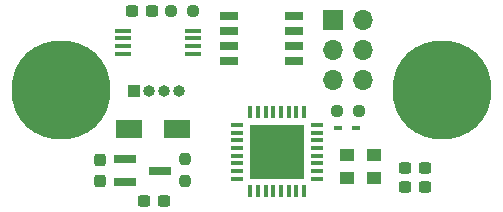
<source format=gbr>
%TF.GenerationSoftware,KiCad,Pcbnew,(5.99.0-8996-g10442b98df)*%
%TF.CreationDate,2021-04-19T08:50:07+01:00*%
%TF.ProjectId,CANduino,43414e64-7569-46e6-9f2e-6b696361645f,rev?*%
%TF.SameCoordinates,Original*%
%TF.FileFunction,Soldermask,Top*%
%TF.FilePolarity,Negative*%
%FSLAX46Y46*%
G04 Gerber Fmt 4.6, Leading zero omitted, Abs format (unit mm)*
G04 Created by KiCad (PCBNEW (5.99.0-8996-g10442b98df)) date 2021-04-19 08:50:07*
%MOMM*%
%LPD*%
G01*
G04 APERTURE LIST*
G04 Aperture macros list*
%AMRoundRect*
0 Rectangle with rounded corners*
0 $1 Rounding radius*
0 $2 $3 $4 $5 $6 $7 $8 $9 X,Y pos of 4 corners*
0 Add a 4 corners polygon primitive as box body*
4,1,4,$2,$3,$4,$5,$6,$7,$8,$9,$2,$3,0*
0 Add four circle primitives for the rounded corners*
1,1,$1+$1,$2,$3*
1,1,$1+$1,$4,$5*
1,1,$1+$1,$6,$7*
1,1,$1+$1,$8,$9*
0 Add four rect primitives between the rounded corners*
20,1,$1+$1,$2,$3,$4,$5,0*
20,1,$1+$1,$4,$5,$6,$7,0*
20,1,$1+$1,$6,$7,$8,$9,0*
20,1,$1+$1,$8,$9,$2,$3,0*%
G04 Aperture macros list end*
%ADD10R,1.300000X1.100000*%
%ADD11R,0.640000X0.420000*%
%ADD12RoundRect,0.237500X-0.250000X-0.237500X0.250000X-0.237500X0.250000X0.237500X-0.250000X0.237500X0*%
%ADD13O,1.700000X1.700000*%
%ADD14R,1.700000X1.700000*%
%ADD15R,4.600000X4.600000*%
%ADD16R,1.050000X0.350000*%
%ADD17R,0.350000X1.050000*%
%ADD18RoundRect,0.237500X-0.300000X-0.237500X0.300000X-0.237500X0.300000X0.237500X-0.300000X0.237500X0*%
%ADD19RoundRect,0.237500X0.237500X-0.250000X0.237500X0.250000X-0.237500X0.250000X-0.237500X-0.250000X0*%
%ADD20C,8.382000*%
%ADD21R,1.000000X1.000000*%
%ADD22O,1.000000X1.000000*%
%ADD23R,1.550000X0.700000*%
%ADD24R,1.900000X0.800000*%
%ADD25RoundRect,0.237500X0.237500X-0.300000X0.237500X0.300000X-0.237500X0.300000X-0.237500X-0.300000X0*%
%ADD26RoundRect,0.237500X0.300000X0.237500X-0.300000X0.237500X-0.300000X-0.237500X0.300000X-0.237500X0*%
%ADD27R,1.475000X0.450000*%
%ADD28R,2.200000X1.550000*%
G04 APERTURE END LIST*
D10*
%TO.C,Y1*%
X175750002Y-115149996D03*
X178050002Y-115149996D03*
X178050002Y-117049996D03*
X175750002Y-117049996D03*
%TD*%
D11*
%TO.C,Z1*%
X175000000Y-112875000D03*
X176500000Y-112875000D03*
%TD*%
D12*
%TO.C,R4*%
X176712500Y-111425000D03*
X174887500Y-111425000D03*
%TD*%
D13*
%TO.C,J1*%
X177065000Y-108805000D03*
X174525000Y-108805000D03*
X177065000Y-106265000D03*
X174525000Y-106265000D03*
X177065000Y-103725000D03*
D14*
X174525000Y-103725000D03*
%TD*%
D15*
%TO.C,H1*%
X169799991Y-114850012D03*
D16*
X166449991Y-117125012D03*
X166449991Y-116475012D03*
X166449991Y-115825012D03*
X166449991Y-115175012D03*
X166449991Y-114525012D03*
X166449991Y-113875012D03*
X166449991Y-113225012D03*
X166449991Y-112575012D03*
D17*
X167524991Y-111500012D03*
X168174991Y-111500012D03*
X168824991Y-111500012D03*
X169474991Y-111500012D03*
X170124991Y-111500012D03*
X170774991Y-111500012D03*
X171424991Y-111500012D03*
X172074991Y-111500012D03*
D16*
X173149991Y-112575012D03*
X173149991Y-113225012D03*
X173149991Y-113875012D03*
X173149991Y-114525012D03*
X173149991Y-115175012D03*
X173149991Y-115825012D03*
X173149991Y-116475012D03*
X173149991Y-117125012D03*
D17*
X172074991Y-118200012D03*
X171424991Y-118200012D03*
X170774991Y-118200012D03*
X170124991Y-118200012D03*
X169474991Y-118200012D03*
X168824991Y-118200012D03*
X168174991Y-118200012D03*
X167524991Y-118200012D03*
%TD*%
D18*
%TO.C,C11*%
X182362500Y-116250000D03*
X180637500Y-116250000D03*
%TD*%
%TO.C,C7*%
X182362500Y-117850000D03*
X180637500Y-117850000D03*
%TD*%
D19*
%TO.C,R1*%
X162025000Y-117312500D03*
X162025000Y-115487500D03*
%TD*%
D20*
%TO.C,H3*%
X183750001Y-109649895D03*
%TD*%
D21*
%TO.C,J2*%
X157690000Y-109675000D03*
D22*
X158960000Y-109675000D03*
X160230000Y-109675000D03*
X161500000Y-109675000D03*
%TD*%
D23*
%TO.C,IC4*%
X171224993Y-107204993D03*
X171224993Y-105934993D03*
X171224993Y-104664993D03*
X171224993Y-103394993D03*
X165774993Y-103394993D03*
X165774993Y-104664993D03*
X165774993Y-105934993D03*
X165774993Y-107204993D03*
%TD*%
D24*
%TO.C,U1*%
X156925007Y-115500008D03*
X156925007Y-117400008D03*
X159925007Y-116450008D03*
%TD*%
D25*
%TO.C,C2*%
X154825000Y-117312500D03*
X154825000Y-115587500D03*
%TD*%
D26*
%TO.C,C1*%
X160252500Y-119050000D03*
X158527500Y-119050000D03*
%TD*%
%TO.C,C5*%
X159237500Y-102925000D03*
X157512500Y-102925000D03*
%TD*%
D27*
%TO.C,IC1*%
X156797000Y-104600000D03*
X156797000Y-105250000D03*
X156797000Y-105900000D03*
X156797000Y-106550000D03*
X162673000Y-106550000D03*
X162673000Y-105900000D03*
X162673000Y-105250000D03*
X162673000Y-104600000D03*
%TD*%
D28*
%TO.C,D1*%
X157225000Y-112950000D03*
X161325000Y-112950000D03*
%TD*%
D12*
%TO.C,R3*%
X160862500Y-102925000D03*
X162687500Y-102925000D03*
%TD*%
D20*
%TO.C,H2*%
X151550693Y-109649898D03*
%TD*%
M02*

</source>
